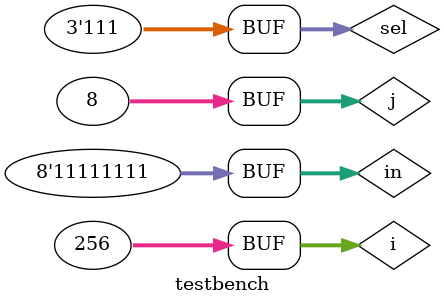
<source format=v>
`timescale 1ns/1ns
`include "caller.v"
module testbench();
reg [2:0]sel;
reg [7:0]in;
wire out;
integer i,j;
caller e0(sel,in,out);
initial
begin
$dumpfile("testbench.vcd");
$dumpvars(0,testbench);
for(i=0;i<256;i=i+1)
begin
for(j=0;j<8;j=j+1)
begin
in=i;
sel=j;
$display("ehh");
#20;
end
end

$display("done");
end
endmodule

</source>
